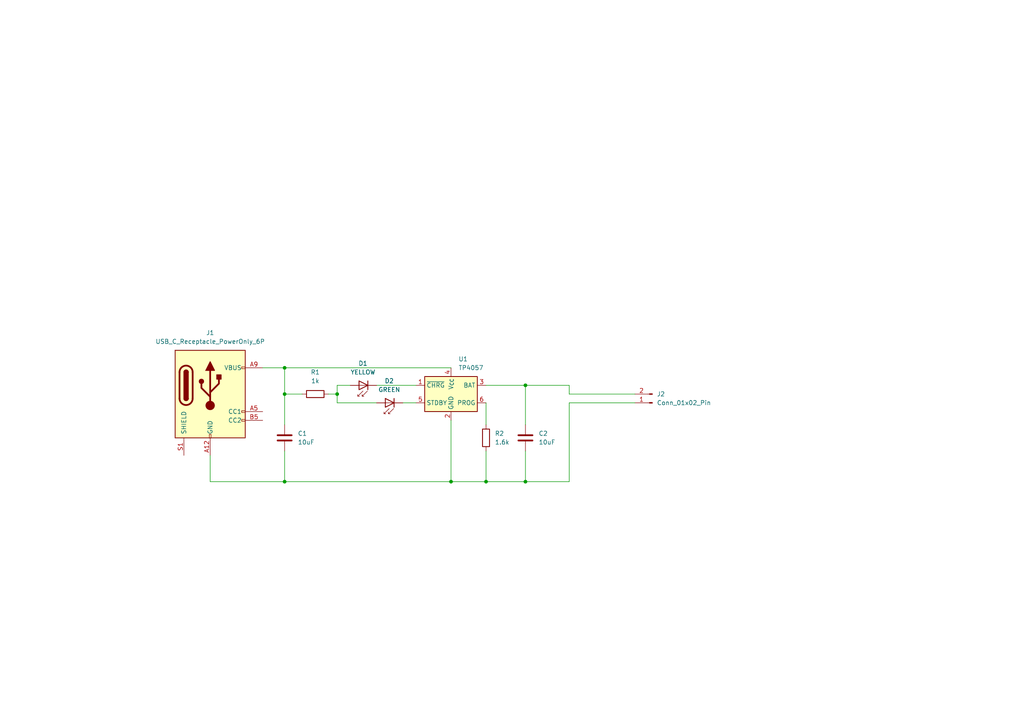
<source format=kicad_sch>
(kicad_sch
	(version 20250114)
	(generator "eeschema")
	(generator_version "9.0")
	(uuid "d8d94275-7d06-4e9c-9553-5865107fc3ec")
	(paper "A4")
	(lib_symbols
		(symbol "Battery_Management:TP4057"
			(exclude_from_sim no)
			(in_bom yes)
			(on_board yes)
			(property "Reference" "U"
				(at -6.35 6.604 0)
				(effects
					(font
						(size 1.27 1.27)
					)
				)
			)
			(property "Value" "TP4057"
				(at 1.524 6.604 0)
				(effects
					(font
						(size 1.27 1.27)
					)
					(justify left)
				)
			)
			(property "Footprint" "Package_TO_SOT_SMD:TSOT-23-6"
				(at 0 -12.7 0)
				(effects
					(font
						(size 1.27 1.27)
					)
					(hide yes)
				)
			)
			(property "Datasheet" "http://toppwr.com/uploadfile/file/20230304/640302a47b738.pdf"
				(at 0 -2.54 0)
				(effects
					(font
						(size 1.27 1.27)
					)
					(hide yes)
				)
			)
			(property "Description" "Constant-current/constant-voltage linear charger for single cell lithium-ion batteries with 2.9V Trickle Charge, 4.5V to 6.5V VDD, -40 to +85 degree Celsius, TSOT-23-6"
				(at 0 0 0)
				(effects
					(font
						(size 1.27 1.27)
					)
					(hide yes)
				)
			)
			(property "ki_keywords" "Constant-current constant-voltage linear charger single-cell lithium-ion battery"
				(at 0 0 0)
				(effects
					(font
						(size 1.27 1.27)
					)
					(hide yes)
				)
			)
			(property "ki_fp_filters" "TSOT?23*"
				(at 0 0 0)
				(effects
					(font
						(size 1.27 1.27)
					)
					(hide yes)
				)
			)
			(symbol "TP4057_0_1"
				(rectangle
					(start -7.62 5.08)
					(end 7.62 -5.08)
					(stroke
						(width 0.254)
						(type default)
					)
					(fill
						(type background)
					)
				)
			)
			(symbol "TP4057_1_1"
				(pin open_collector line
					(at -10.16 2.54 0)
					(length 2.54)
					(name "~{CHRG}"
						(effects
							(font
								(size 1.27 1.27)
							)
						)
					)
					(number "1"
						(effects
							(font
								(size 1.27 1.27)
							)
						)
					)
				)
				(pin open_collector line
					(at -10.16 -2.54 0)
					(length 2.54)
					(name "STDBY"
						(effects
							(font
								(size 1.27 1.27)
							)
						)
					)
					(number "5"
						(effects
							(font
								(size 1.27 1.27)
							)
						)
					)
				)
				(pin power_in line
					(at 0 7.62 270)
					(length 2.54)
					(name "V_{CC}"
						(effects
							(font
								(size 1.27 1.27)
							)
						)
					)
					(number "4"
						(effects
							(font
								(size 1.27 1.27)
							)
						)
					)
				)
				(pin power_in line
					(at 0 -7.62 90)
					(length 2.54)
					(name "GND"
						(effects
							(font
								(size 1.27 1.27)
							)
						)
					)
					(number "2"
						(effects
							(font
								(size 1.27 1.27)
							)
						)
					)
				)
				(pin power_out line
					(at 10.16 2.54 180)
					(length 2.54)
					(name "BAT"
						(effects
							(font
								(size 1.27 1.27)
							)
						)
					)
					(number "3"
						(effects
							(font
								(size 1.27 1.27)
							)
						)
					)
				)
				(pin passive line
					(at 10.16 -2.54 180)
					(length 2.54)
					(name "PROG"
						(effects
							(font
								(size 1.27 1.27)
							)
						)
					)
					(number "6"
						(effects
							(font
								(size 1.27 1.27)
							)
						)
					)
				)
			)
			(embedded_fonts no)
		)
		(symbol "Connector:Conn_01x02_Pin"
			(pin_names
				(offset 1.016)
				(hide yes)
			)
			(exclude_from_sim no)
			(in_bom yes)
			(on_board yes)
			(property "Reference" "J"
				(at 0 2.54 0)
				(effects
					(font
						(size 1.27 1.27)
					)
				)
			)
			(property "Value" "Conn_01x02_Pin"
				(at 0 -5.08 0)
				(effects
					(font
						(size 1.27 1.27)
					)
				)
			)
			(property "Footprint" ""
				(at 0 0 0)
				(effects
					(font
						(size 1.27 1.27)
					)
					(hide yes)
				)
			)
			(property "Datasheet" "~"
				(at 0 0 0)
				(effects
					(font
						(size 1.27 1.27)
					)
					(hide yes)
				)
			)
			(property "Description" "Generic connector, single row, 01x02, script generated"
				(at 0 0 0)
				(effects
					(font
						(size 1.27 1.27)
					)
					(hide yes)
				)
			)
			(property "ki_locked" ""
				(at 0 0 0)
				(effects
					(font
						(size 1.27 1.27)
					)
				)
			)
			(property "ki_keywords" "connector"
				(at 0 0 0)
				(effects
					(font
						(size 1.27 1.27)
					)
					(hide yes)
				)
			)
			(property "ki_fp_filters" "Connector*:*_1x??_*"
				(at 0 0 0)
				(effects
					(font
						(size 1.27 1.27)
					)
					(hide yes)
				)
			)
			(symbol "Conn_01x02_Pin_1_1"
				(rectangle
					(start 0.8636 0.127)
					(end 0 -0.127)
					(stroke
						(width 0.1524)
						(type default)
					)
					(fill
						(type outline)
					)
				)
				(rectangle
					(start 0.8636 -2.413)
					(end 0 -2.667)
					(stroke
						(width 0.1524)
						(type default)
					)
					(fill
						(type outline)
					)
				)
				(polyline
					(pts
						(xy 1.27 0) (xy 0.8636 0)
					)
					(stroke
						(width 0.1524)
						(type default)
					)
					(fill
						(type none)
					)
				)
				(polyline
					(pts
						(xy 1.27 -2.54) (xy 0.8636 -2.54)
					)
					(stroke
						(width 0.1524)
						(type default)
					)
					(fill
						(type none)
					)
				)
				(pin passive line
					(at 5.08 0 180)
					(length 3.81)
					(name "Pin_1"
						(effects
							(font
								(size 1.27 1.27)
							)
						)
					)
					(number "1"
						(effects
							(font
								(size 1.27 1.27)
							)
						)
					)
				)
				(pin passive line
					(at 5.08 -2.54 180)
					(length 3.81)
					(name "Pin_2"
						(effects
							(font
								(size 1.27 1.27)
							)
						)
					)
					(number "2"
						(effects
							(font
								(size 1.27 1.27)
							)
						)
					)
				)
			)
			(embedded_fonts no)
		)
		(symbol "Connector:USB_C_Receptacle_PowerOnly_6P"
			(pin_names
				(offset 1.016)
			)
			(exclude_from_sim no)
			(in_bom yes)
			(on_board yes)
			(property "Reference" "J"
				(at 0 16.51 0)
				(effects
					(font
						(size 1.27 1.27)
					)
					(justify bottom)
				)
			)
			(property "Value" "USB_C_Receptacle_PowerOnly_6P"
				(at 0 13.97 0)
				(effects
					(font
						(size 1.27 1.27)
					)
					(justify bottom)
				)
			)
			(property "Footprint" ""
				(at 3.81 2.54 0)
				(effects
					(font
						(size 1.27 1.27)
					)
					(hide yes)
				)
			)
			(property "Datasheet" "https://www.usb.org/sites/default/files/documents/usb_type-c.zip"
				(at 0 0 0)
				(effects
					(font
						(size 1.27 1.27)
					)
					(hide yes)
				)
			)
			(property "Description" "USB Power-Only 6P Type-C Receptacle connector"
				(at 0 0 0)
				(effects
					(font
						(size 1.27 1.27)
					)
					(hide yes)
				)
			)
			(property "ki_keywords" "usb universal serial bus type-C power-only charging-only 6P 6C"
				(at 0 0 0)
				(effects
					(font
						(size 1.27 1.27)
					)
					(hide yes)
				)
			)
			(property "ki_fp_filters" "USB*C*Receptacle*"
				(at 0 0 0)
				(effects
					(font
						(size 1.27 1.27)
					)
					(hide yes)
				)
			)
			(symbol "USB_C_Receptacle_PowerOnly_6P_0_0"
				(rectangle
					(start -0.254 -12.7)
					(end 0.254 -11.684)
					(stroke
						(width 0)
						(type default)
					)
					(fill
						(type none)
					)
				)
				(rectangle
					(start 10.16 7.874)
					(end 9.144 7.366)
					(stroke
						(width 0)
						(type default)
					)
					(fill
						(type none)
					)
				)
				(rectangle
					(start 10.16 -4.826)
					(end 9.144 -5.334)
					(stroke
						(width 0)
						(type default)
					)
					(fill
						(type none)
					)
				)
				(rectangle
					(start 10.16 -7.366)
					(end 9.144 -7.874)
					(stroke
						(width 0)
						(type default)
					)
					(fill
						(type none)
					)
				)
			)
			(symbol "USB_C_Receptacle_PowerOnly_6P_0_1"
				(rectangle
					(start -10.16 12.7)
					(end 10.16 -12.7)
					(stroke
						(width 0.254)
						(type default)
					)
					(fill
						(type background)
					)
				)
				(polyline
					(pts
						(xy -8.89 -1.27) (xy -8.89 6.35)
					)
					(stroke
						(width 0.508)
						(type default)
					)
					(fill
						(type none)
					)
				)
				(rectangle
					(start -7.62 -1.27)
					(end -6.35 6.35)
					(stroke
						(width 0.254)
						(type default)
					)
					(fill
						(type outline)
					)
				)
				(arc
					(start -7.62 6.35)
					(mid -6.985 6.9823)
					(end -6.35 6.35)
					(stroke
						(width 0.254)
						(type default)
					)
					(fill
						(type none)
					)
				)
				(arc
					(start -7.62 6.35)
					(mid -6.985 6.9823)
					(end -6.35 6.35)
					(stroke
						(width 0.254)
						(type default)
					)
					(fill
						(type outline)
					)
				)
				(arc
					(start -8.89 6.35)
					(mid -6.985 8.2467)
					(end -5.08 6.35)
					(stroke
						(width 0.508)
						(type default)
					)
					(fill
						(type none)
					)
				)
				(arc
					(start -5.08 -1.27)
					(mid -6.985 -3.1667)
					(end -8.89 -1.27)
					(stroke
						(width 0.508)
						(type default)
					)
					(fill
						(type none)
					)
				)
				(arc
					(start -6.35 -1.27)
					(mid -6.985 -1.9023)
					(end -7.62 -1.27)
					(stroke
						(width 0.254)
						(type default)
					)
					(fill
						(type none)
					)
				)
				(arc
					(start -6.35 -1.27)
					(mid -6.985 -1.9023)
					(end -7.62 -1.27)
					(stroke
						(width 0.254)
						(type default)
					)
					(fill
						(type outline)
					)
				)
				(polyline
					(pts
						(xy -5.08 6.35) (xy -5.08 -1.27)
					)
					(stroke
						(width 0.508)
						(type default)
					)
					(fill
						(type none)
					)
				)
				(circle
					(center -2.54 3.683)
					(radius 0.635)
					(stroke
						(width 0.254)
						(type default)
					)
					(fill
						(type outline)
					)
				)
				(polyline
					(pts
						(xy -1.27 6.858) (xy 0 9.398) (xy 1.27 6.858) (xy -1.27 6.858)
					)
					(stroke
						(width 0.254)
						(type default)
					)
					(fill
						(type outline)
					)
				)
				(polyline
					(pts
						(xy 0 0.508) (xy 2.54 3.048) (xy 2.54 4.318)
					)
					(stroke
						(width 0.508)
						(type default)
					)
					(fill
						(type none)
					)
				)
				(polyline
					(pts
						(xy 0 -0.762) (xy -2.54 1.778) (xy -2.54 3.048)
					)
					(stroke
						(width 0.508)
						(type default)
					)
					(fill
						(type none)
					)
				)
				(polyline
					(pts
						(xy 0 -3.302) (xy 0 6.858)
					)
					(stroke
						(width 0.508)
						(type default)
					)
					(fill
						(type none)
					)
				)
				(circle
					(center 0 -3.302)
					(radius 1.27)
					(stroke
						(width 0)
						(type default)
					)
					(fill
						(type outline)
					)
				)
				(rectangle
					(start 1.905 4.318)
					(end 3.175 5.588)
					(stroke
						(width 0.254)
						(type default)
					)
					(fill
						(type outline)
					)
				)
			)
			(symbol "USB_C_Receptacle_PowerOnly_6P_1_1"
				(pin passive line
					(at -7.62 -17.78 90)
					(length 5.08)
					(name "SHIELD"
						(effects
							(font
								(size 1.27 1.27)
							)
						)
					)
					(number "S1"
						(effects
							(font
								(size 1.27 1.27)
							)
						)
					)
				)
				(pin passive line
					(at 0 -17.78 90)
					(length 5.08)
					(name "GND"
						(effects
							(font
								(size 1.27 1.27)
							)
						)
					)
					(number "A12"
						(effects
							(font
								(size 1.27 1.27)
							)
						)
					)
				)
				(pin passive line
					(at 0 -17.78 90)
					(length 5.08)
					(hide yes)
					(name "GND"
						(effects
							(font
								(size 1.27 1.27)
							)
						)
					)
					(number "B12"
						(effects
							(font
								(size 1.27 1.27)
							)
						)
					)
				)
				(pin passive line
					(at 15.24 7.62 180)
					(length 5.08)
					(name "VBUS"
						(effects
							(font
								(size 1.27 1.27)
							)
						)
					)
					(number "A9"
						(effects
							(font
								(size 1.27 1.27)
							)
						)
					)
				)
				(pin passive line
					(at 15.24 7.62 180)
					(length 5.08)
					(hide yes)
					(name "VBUS"
						(effects
							(font
								(size 1.27 1.27)
							)
						)
					)
					(number "B9"
						(effects
							(font
								(size 1.27 1.27)
							)
						)
					)
				)
				(pin bidirectional line
					(at 15.24 -5.08 180)
					(length 5.08)
					(name "CC1"
						(effects
							(font
								(size 1.27 1.27)
							)
						)
					)
					(number "A5"
						(effects
							(font
								(size 1.27 1.27)
							)
						)
					)
				)
				(pin bidirectional line
					(at 15.24 -7.62 180)
					(length 5.08)
					(name "CC2"
						(effects
							(font
								(size 1.27 1.27)
							)
						)
					)
					(number "B5"
						(effects
							(font
								(size 1.27 1.27)
							)
						)
					)
				)
			)
			(embedded_fonts no)
		)
		(symbol "Device:C"
			(pin_numbers
				(hide yes)
			)
			(pin_names
				(offset 0.254)
			)
			(exclude_from_sim no)
			(in_bom yes)
			(on_board yes)
			(property "Reference" "C"
				(at 0.635 2.54 0)
				(effects
					(font
						(size 1.27 1.27)
					)
					(justify left)
				)
			)
			(property "Value" "C"
				(at 0.635 -2.54 0)
				(effects
					(font
						(size 1.27 1.27)
					)
					(justify left)
				)
			)
			(property "Footprint" ""
				(at 0.9652 -3.81 0)
				(effects
					(font
						(size 1.27 1.27)
					)
					(hide yes)
				)
			)
			(property "Datasheet" "~"
				(at 0 0 0)
				(effects
					(font
						(size 1.27 1.27)
					)
					(hide yes)
				)
			)
			(property "Description" "Unpolarized capacitor"
				(at 0 0 0)
				(effects
					(font
						(size 1.27 1.27)
					)
					(hide yes)
				)
			)
			(property "ki_keywords" "cap capacitor"
				(at 0 0 0)
				(effects
					(font
						(size 1.27 1.27)
					)
					(hide yes)
				)
			)
			(property "ki_fp_filters" "C_*"
				(at 0 0 0)
				(effects
					(font
						(size 1.27 1.27)
					)
					(hide yes)
				)
			)
			(symbol "C_0_1"
				(polyline
					(pts
						(xy -2.032 0.762) (xy 2.032 0.762)
					)
					(stroke
						(width 0.508)
						(type default)
					)
					(fill
						(type none)
					)
				)
				(polyline
					(pts
						(xy -2.032 -0.762) (xy 2.032 -0.762)
					)
					(stroke
						(width 0.508)
						(type default)
					)
					(fill
						(type none)
					)
				)
			)
			(symbol "C_1_1"
				(pin passive line
					(at 0 3.81 270)
					(length 2.794)
					(name "~"
						(effects
							(font
								(size 1.27 1.27)
							)
						)
					)
					(number "1"
						(effects
							(font
								(size 1.27 1.27)
							)
						)
					)
				)
				(pin passive line
					(at 0 -3.81 90)
					(length 2.794)
					(name "~"
						(effects
							(font
								(size 1.27 1.27)
							)
						)
					)
					(number "2"
						(effects
							(font
								(size 1.27 1.27)
							)
						)
					)
				)
			)
			(embedded_fonts no)
		)
		(symbol "Device:R"
			(pin_numbers
				(hide yes)
			)
			(pin_names
				(offset 0)
			)
			(exclude_from_sim no)
			(in_bom yes)
			(on_board yes)
			(property "Reference" "R"
				(at 2.032 0 90)
				(effects
					(font
						(size 1.27 1.27)
					)
				)
			)
			(property "Value" "R"
				(at 0 0 90)
				(effects
					(font
						(size 1.27 1.27)
					)
				)
			)
			(property "Footprint" ""
				(at -1.778 0 90)
				(effects
					(font
						(size 1.27 1.27)
					)
					(hide yes)
				)
			)
			(property "Datasheet" "~"
				(at 0 0 0)
				(effects
					(font
						(size 1.27 1.27)
					)
					(hide yes)
				)
			)
			(property "Description" "Resistor"
				(at 0 0 0)
				(effects
					(font
						(size 1.27 1.27)
					)
					(hide yes)
				)
			)
			(property "ki_keywords" "R res resistor"
				(at 0 0 0)
				(effects
					(font
						(size 1.27 1.27)
					)
					(hide yes)
				)
			)
			(property "ki_fp_filters" "R_*"
				(at 0 0 0)
				(effects
					(font
						(size 1.27 1.27)
					)
					(hide yes)
				)
			)
			(symbol "R_0_1"
				(rectangle
					(start -1.016 -2.54)
					(end 1.016 2.54)
					(stroke
						(width 0.254)
						(type default)
					)
					(fill
						(type none)
					)
				)
			)
			(symbol "R_1_1"
				(pin passive line
					(at 0 3.81 270)
					(length 1.27)
					(name "~"
						(effects
							(font
								(size 1.27 1.27)
							)
						)
					)
					(number "1"
						(effects
							(font
								(size 1.27 1.27)
							)
						)
					)
				)
				(pin passive line
					(at 0 -3.81 90)
					(length 1.27)
					(name "~"
						(effects
							(font
								(size 1.27 1.27)
							)
						)
					)
					(number "2"
						(effects
							(font
								(size 1.27 1.27)
							)
						)
					)
				)
			)
			(embedded_fonts no)
		)
		(symbol "LED:CQY99"
			(pin_numbers
				(hide yes)
			)
			(pin_names
				(offset 1.016)
				(hide yes)
			)
			(exclude_from_sim no)
			(in_bom yes)
			(on_board yes)
			(property "Reference" "D"
				(at 0.508 1.778 0)
				(effects
					(font
						(size 1.27 1.27)
					)
					(justify left)
				)
			)
			(property "Value" "CQY99"
				(at -1.016 -2.794 0)
				(effects
					(font
						(size 1.27 1.27)
					)
				)
			)
			(property "Footprint" "LED_THT:LED_D5.0mm_IRGrey"
				(at 0 4.445 0)
				(effects
					(font
						(size 1.27 1.27)
					)
					(hide yes)
				)
			)
			(property "Datasheet" "https://www.prtice.info/IMG/pdf/CQY99.pdf"
				(at -1.27 0 0)
				(effects
					(font
						(size 1.27 1.27)
					)
					(hide yes)
				)
			)
			(property "Description" "950nm IR-LED, 5mm"
				(at 0 0 0)
				(effects
					(font
						(size 1.27 1.27)
					)
					(hide yes)
				)
			)
			(property "ki_keywords" "IR LED"
				(at 0 0 0)
				(effects
					(font
						(size 1.27 1.27)
					)
					(hide yes)
				)
			)
			(property "ki_fp_filters" "LED*5.0mm*IRGrey*"
				(at 0 0 0)
				(effects
					(font
						(size 1.27 1.27)
					)
					(hide yes)
				)
			)
			(symbol "CQY99_0_1"
				(polyline
					(pts
						(xy -2.54 1.27) (xy -2.54 -1.27)
					)
					(stroke
						(width 0.254)
						(type default)
					)
					(fill
						(type none)
					)
				)
				(polyline
					(pts
						(xy -2.413 1.651) (xy -0.889 3.175) (xy -0.889 2.667) (xy -0.889 3.175) (xy -1.397 3.175)
					)
					(stroke
						(width 0)
						(type default)
					)
					(fill
						(type none)
					)
				)
				(polyline
					(pts
						(xy -1.143 1.651) (xy 0.381 3.175) (xy 0.381 2.667)
					)
					(stroke
						(width 0)
						(type default)
					)
					(fill
						(type none)
					)
				)
				(polyline
					(pts
						(xy 0 0) (xy -2.54 0)
					)
					(stroke
						(width 0)
						(type default)
					)
					(fill
						(type none)
					)
				)
				(polyline
					(pts
						(xy 0 -1.27) (xy -2.54 0) (xy 0 1.27) (xy 0 -1.27)
					)
					(stroke
						(width 0.254)
						(type default)
					)
					(fill
						(type none)
					)
				)
				(polyline
					(pts
						(xy 0.381 3.175) (xy -0.127 3.175)
					)
					(stroke
						(width 0)
						(type default)
					)
					(fill
						(type none)
					)
				)
			)
			(symbol "CQY99_1_1"
				(pin passive line
					(at -5.08 0 0)
					(length 2.54)
					(name "K"
						(effects
							(font
								(size 1.27 1.27)
							)
						)
					)
					(number "1"
						(effects
							(font
								(size 1.27 1.27)
							)
						)
					)
				)
				(pin passive line
					(at 2.54 0 180)
					(length 2.54)
					(name "A"
						(effects
							(font
								(size 1.27 1.27)
							)
						)
					)
					(number "2"
						(effects
							(font
								(size 1.27 1.27)
							)
						)
					)
				)
			)
			(embedded_fonts no)
		)
	)
	(junction
		(at 130.81 139.7)
		(diameter 0)
		(color 0 0 0 0)
		(uuid "0c11ee9b-f0b5-410e-bcfa-da07a8da2a7b")
	)
	(junction
		(at 82.55 106.68)
		(diameter 0)
		(color 0 0 0 0)
		(uuid "4b3e6ee4-5643-40c3-aae0-8e80228c8754")
	)
	(junction
		(at 140.97 139.7)
		(diameter 0)
		(color 0 0 0 0)
		(uuid "4bf6e0fb-ca90-49e7-bb07-a8511714ce28")
	)
	(junction
		(at 152.4 111.76)
		(diameter 0)
		(color 0 0 0 0)
		(uuid "4f3e94ea-8c57-48b5-91d0-d3bc193dce13")
	)
	(junction
		(at 152.4 139.7)
		(diameter 0)
		(color 0 0 0 0)
		(uuid "6abcfcbf-da22-45b2-a4f5-371c81dd869d")
	)
	(junction
		(at 97.79 114.3)
		(diameter 0)
		(color 0 0 0 0)
		(uuid "87a2375b-2159-4d3d-a2aa-1b38a019dea8")
	)
	(junction
		(at 82.55 139.7)
		(diameter 0)
		(color 0 0 0 0)
		(uuid "a1b6b3ab-97cb-45fc-9267-1cb9c5dcae6c")
	)
	(junction
		(at 82.55 114.3)
		(diameter 0)
		(color 0 0 0 0)
		(uuid "f9420069-e5b8-4fdf-933d-d7f2e4a26301")
	)
	(wire
		(pts
			(xy 140.97 116.84) (xy 140.97 123.19)
		)
		(stroke
			(width 0)
			(type default)
		)
		(uuid "03f8a831-bb9c-499c-a4d4-c8018ac80940")
	)
	(wire
		(pts
			(xy 152.4 111.76) (xy 165.1 111.76)
		)
		(stroke
			(width 0)
			(type default)
		)
		(uuid "1730c50f-b55b-494e-9184-d73cf2b7bf01")
	)
	(wire
		(pts
			(xy 60.96 132.08) (xy 60.96 139.7)
		)
		(stroke
			(width 0)
			(type default)
		)
		(uuid "1ba284a3-e60a-4701-842b-88b27d45656a")
	)
	(wire
		(pts
			(xy 165.1 139.7) (xy 165.1 116.84)
		)
		(stroke
			(width 0)
			(type default)
		)
		(uuid "1d05912d-5df8-431d-88fc-b6c8bc792de5")
	)
	(wire
		(pts
			(xy 165.1 116.84) (xy 184.15 116.84)
		)
		(stroke
			(width 0)
			(type default)
		)
		(uuid "224e5a4c-83cc-44bf-8654-3cc7c1b84867")
	)
	(wire
		(pts
			(xy 140.97 139.7) (xy 152.4 139.7)
		)
		(stroke
			(width 0)
			(type default)
		)
		(uuid "25c3f168-ed36-48ab-92f2-4add8a2979f5")
	)
	(wire
		(pts
			(xy 116.84 116.84) (xy 120.65 116.84)
		)
		(stroke
			(width 0)
			(type default)
		)
		(uuid "38b37deb-65fc-4ace-9dcc-84cab670a126")
	)
	(wire
		(pts
			(xy 109.22 111.76) (xy 120.65 111.76)
		)
		(stroke
			(width 0)
			(type default)
		)
		(uuid "4336bef4-2e97-48f7-a4eb-dcccaee95f9d")
	)
	(wire
		(pts
			(xy 130.81 139.7) (xy 140.97 139.7)
		)
		(stroke
			(width 0)
			(type default)
		)
		(uuid "4520ea53-6ea4-4ec2-89e6-a42ca75f57d7")
	)
	(wire
		(pts
			(xy 97.79 116.84) (xy 109.22 116.84)
		)
		(stroke
			(width 0)
			(type default)
		)
		(uuid "5dd0ece7-ae94-400a-8ab2-050825cf6516")
	)
	(wire
		(pts
			(xy 97.79 114.3) (xy 97.79 116.84)
		)
		(stroke
			(width 0)
			(type default)
		)
		(uuid "60092833-2cae-4041-8480-c5bd564e244c")
	)
	(wire
		(pts
			(xy 101.6 111.76) (xy 97.79 111.76)
		)
		(stroke
			(width 0)
			(type default)
		)
		(uuid "62806908-f117-4402-82a7-65300818b976")
	)
	(wire
		(pts
			(xy 152.4 111.76) (xy 152.4 123.19)
		)
		(stroke
			(width 0)
			(type default)
		)
		(uuid "7a1e85e4-27d5-4b26-8f71-b17b0c1b2de9")
	)
	(wire
		(pts
			(xy 82.55 106.68) (xy 82.55 114.3)
		)
		(stroke
			(width 0)
			(type default)
		)
		(uuid "8493fe72-d32a-4bca-8c47-ced79ef33cc2")
	)
	(wire
		(pts
			(xy 130.81 121.92) (xy 130.81 139.7)
		)
		(stroke
			(width 0)
			(type default)
		)
		(uuid "84aa1a81-38d7-4ab5-8842-bfa5a2080c9e")
	)
	(wire
		(pts
			(xy 152.4 130.81) (xy 152.4 139.7)
		)
		(stroke
			(width 0)
			(type default)
		)
		(uuid "859c4bff-ccfe-4002-850b-a664d8addcb8")
	)
	(wire
		(pts
			(xy 60.96 139.7) (xy 82.55 139.7)
		)
		(stroke
			(width 0)
			(type default)
		)
		(uuid "8d6211a3-551c-42ff-969e-8525d625cc62")
	)
	(wire
		(pts
			(xy 82.55 130.81) (xy 82.55 139.7)
		)
		(stroke
			(width 0)
			(type default)
		)
		(uuid "983fd023-bae8-4e11-9671-5e29d3ecbef8")
	)
	(wire
		(pts
			(xy 165.1 114.3) (xy 184.15 114.3)
		)
		(stroke
			(width 0)
			(type default)
		)
		(uuid "9850b14d-926e-47de-a6a2-3d0a108e67c9")
	)
	(wire
		(pts
			(xy 76.2 106.68) (xy 82.55 106.68)
		)
		(stroke
			(width 0)
			(type default)
		)
		(uuid "9d854e07-d129-4d00-a5b8-d313526a410a")
	)
	(wire
		(pts
			(xy 82.55 139.7) (xy 130.81 139.7)
		)
		(stroke
			(width 0)
			(type default)
		)
		(uuid "ae14a3a4-f66a-472d-bb89-3ac748984abb")
	)
	(wire
		(pts
			(xy 140.97 111.76) (xy 152.4 111.76)
		)
		(stroke
			(width 0)
			(type default)
		)
		(uuid "afc18863-db3e-4865-81d6-a62373913736")
	)
	(wire
		(pts
			(xy 152.4 139.7) (xy 165.1 139.7)
		)
		(stroke
			(width 0)
			(type default)
		)
		(uuid "afe00f0e-1262-4f8d-b44c-d5240c78509e")
	)
	(wire
		(pts
			(xy 97.79 111.76) (xy 97.79 114.3)
		)
		(stroke
			(width 0)
			(type default)
		)
		(uuid "bb75a02f-d067-40ac-981c-b5761e9c653e")
	)
	(wire
		(pts
			(xy 97.79 114.3) (xy 95.25 114.3)
		)
		(stroke
			(width 0)
			(type default)
		)
		(uuid "c13eba30-39a2-477e-8c39-ba18903f6a48")
	)
	(wire
		(pts
			(xy 82.55 114.3) (xy 87.63 114.3)
		)
		(stroke
			(width 0)
			(type default)
		)
		(uuid "dd51e835-dad0-4186-9281-1a99f40bca7a")
	)
	(wire
		(pts
			(xy 165.1 111.76) (xy 165.1 114.3)
		)
		(stroke
			(width 0)
			(type default)
		)
		(uuid "de1219c0-19f0-4bf0-8b56-c6b87766ce0d")
	)
	(wire
		(pts
			(xy 140.97 130.81) (xy 140.97 139.7)
		)
		(stroke
			(width 0)
			(type default)
		)
		(uuid "e272fd84-ff76-4d98-aafc-8be30ee3d32b")
	)
	(wire
		(pts
			(xy 82.55 114.3) (xy 82.55 123.19)
		)
		(stroke
			(width 0)
			(type default)
		)
		(uuid "e2d044c1-373e-4a93-9f41-d931c83c90d6")
	)
	(wire
		(pts
			(xy 82.55 106.68) (xy 130.81 106.68)
		)
		(stroke
			(width 0)
			(type default)
		)
		(uuid "f4edb2b4-cebb-4593-9358-484397478a74")
	)
	(symbol
		(lib_id "Battery_Management:TP4057")
		(at 130.81 114.3 0)
		(unit 1)
		(exclude_from_sim no)
		(in_bom yes)
		(on_board yes)
		(dnp no)
		(fields_autoplaced yes)
		(uuid "099106d4-6168-4c98-9b7c-7d7d70a06543")
		(property "Reference" "U1"
			(at 132.9533 104.14 0)
			(effects
				(font
					(size 1.27 1.27)
				)
				(justify left)
			)
		)
		(property "Value" "TP4057"
			(at 132.9533 106.68 0)
			(effects
				(font
					(size 1.27 1.27)
				)
				(justify left)
			)
		)
		(property "Footprint" "Package_TO_SOT_SMD:TSOT-23-6_HandSoldering"
			(at 130.81 127 0)
			(effects
				(font
					(size 1.27 1.27)
				)
				(hide yes)
			)
		)
		(property "Datasheet" "http://toppwr.com/uploadfile/file/20230304/640302a47b738.pdf"
			(at 130.81 116.84 0)
			(effects
				(font
					(size 1.27 1.27)
				)
				(hide yes)
			)
		)
		(property "Description" "Constant-current/constant-voltage linear charger for single cell lithium-ion batteries with 2.9V Trickle Charge, 4.5V to 6.5V VDD, -40 to +85 degree Celsius, TSOT-23-6"
			(at 130.81 114.3 0)
			(effects
				(font
					(size 1.27 1.27)
				)
				(hide yes)
			)
		)
		(pin "3"
			(uuid "785ddd9e-6857-40a1-82bd-40bd9760b406")
		)
		(pin "1"
			(uuid "30e0fa86-00bd-4860-9a7b-1a6c93be95ec")
		)
		(pin "5"
			(uuid "2a6b7464-fa11-495f-84b3-7e0daddd2ea1")
		)
		(pin "4"
			(uuid "ae5412a2-1a87-4eb9-9b74-4029d128eb03")
		)
		(pin "2"
			(uuid "f2300357-9fa6-44eb-8a65-71ae147a2f00")
		)
		(pin "6"
			(uuid "cd3f3e22-ca46-4b27-883a-1c37a58781f4")
		)
		(instances
			(project ""
				(path "/d8d94275-7d06-4e9c-9553-5865107fc3ec"
					(reference "U1")
					(unit 1)
				)
			)
		)
	)
	(symbol
		(lib_id "Device:C")
		(at 82.55 127 0)
		(unit 1)
		(exclude_from_sim no)
		(in_bom yes)
		(on_board yes)
		(dnp no)
		(fields_autoplaced yes)
		(uuid "29d61923-9688-4f93-b1f1-8e65b208ed79")
		(property "Reference" "C1"
			(at 86.36 125.7299 0)
			(effects
				(font
					(size 1.27 1.27)
				)
				(justify left)
			)
		)
		(property "Value" "10uF"
			(at 86.36 128.2699 0)
			(effects
				(font
					(size 1.27 1.27)
				)
				(justify left)
			)
		)
		(property "Footprint" "Capacitor_SMD:C_0805_2012Metric_Pad1.18x1.45mm_HandSolder"
			(at 83.5152 130.81 0)
			(effects
				(font
					(size 1.27 1.27)
				)
				(hide yes)
			)
		)
		(property "Datasheet" "~"
			(at 82.55 127 0)
			(effects
				(font
					(size 1.27 1.27)
				)
				(hide yes)
			)
		)
		(property "Description" "Unpolarized capacitor"
			(at 82.55 127 0)
			(effects
				(font
					(size 1.27 1.27)
				)
				(hide yes)
			)
		)
		(pin "1"
			(uuid "85ff3b75-59d4-4b16-b3e7-a5c06476d122")
		)
		(pin "2"
			(uuid "4f841296-df94-47dc-a515-bbb8931f5d4e")
		)
		(instances
			(project ""
				(path "/d8d94275-7d06-4e9c-9553-5865107fc3ec"
					(reference "C1")
					(unit 1)
				)
			)
		)
	)
	(symbol
		(lib_id "Connector:USB_C_Receptacle_PowerOnly_6P")
		(at 60.96 114.3 0)
		(unit 1)
		(exclude_from_sim no)
		(in_bom yes)
		(on_board yes)
		(dnp no)
		(fields_autoplaced yes)
		(uuid "35ed9fb2-591c-4bff-a99a-46a2540409bf")
		(property "Reference" "J1"
			(at 60.96 96.52 0)
			(effects
				(font
					(size 1.27 1.27)
				)
			)
		)
		(property "Value" "USB_C_Receptacle_PowerOnly_6P"
			(at 60.96 99.06 0)
			(effects
				(font
					(size 1.27 1.27)
				)
			)
		)
		(property "Footprint" "Connector_USB:USB_C_Receptacle_GCT_USB4125-xx-x_6P_TopMnt_Horizontal"
			(at 64.77 111.76 0)
			(effects
				(font
					(size 1.27 1.27)
				)
				(hide yes)
			)
		)
		(property "Datasheet" "https://www.usb.org/sites/default/files/documents/usb_type-c.zip"
			(at 60.96 114.3 0)
			(effects
				(font
					(size 1.27 1.27)
				)
				(hide yes)
			)
		)
		(property "Description" "USB Power-Only 6P Type-C Receptacle connector"
			(at 60.96 114.3 0)
			(effects
				(font
					(size 1.27 1.27)
				)
				(hide yes)
			)
		)
		(pin "A12"
			(uuid "3f2d8c23-7213-43fa-82c4-09785275ed68")
		)
		(pin "A5"
			(uuid "319a4472-5f98-4adc-9932-194ec3b1493b")
		)
		(pin "B5"
			(uuid "d51be364-45dc-419b-b330-e3ff4aee3114")
		)
		(pin "B12"
			(uuid "977e05a9-dcd8-4f51-8539-078aff89514d")
		)
		(pin "B9"
			(uuid "0929bd8f-dc83-4e86-b4ff-95f81fdea00c")
		)
		(pin "S1"
			(uuid "efb08262-3939-4240-9b19-59e86167fc89")
		)
		(pin "A9"
			(uuid "356bef82-d374-4f5d-8109-f8c66dbe9a13")
		)
		(instances
			(project ""
				(path "/d8d94275-7d06-4e9c-9553-5865107fc3ec"
					(reference "J1")
					(unit 1)
				)
			)
		)
	)
	(symbol
		(lib_id "Device:R")
		(at 91.44 114.3 90)
		(unit 1)
		(exclude_from_sim no)
		(in_bom yes)
		(on_board yes)
		(dnp no)
		(fields_autoplaced yes)
		(uuid "42d40640-f4c3-4099-858f-505f9adcb655")
		(property "Reference" "R1"
			(at 91.44 107.95 90)
			(effects
				(font
					(size 1.27 1.27)
				)
			)
		)
		(property "Value" "1k"
			(at 91.44 110.49 90)
			(effects
				(font
					(size 1.27 1.27)
				)
			)
		)
		(property "Footprint" "Resistor_SMD:R_0805_2012Metric_Pad1.20x1.40mm_HandSolder"
			(at 91.44 116.078 90)
			(effects
				(font
					(size 1.27 1.27)
				)
				(hide yes)
			)
		)
		(property "Datasheet" "~"
			(at 91.44 114.3 0)
			(effects
				(font
					(size 1.27 1.27)
				)
				(hide yes)
			)
		)
		(property "Description" "Resistor"
			(at 91.44 114.3 0)
			(effects
				(font
					(size 1.27 1.27)
				)
				(hide yes)
			)
		)
		(pin "2"
			(uuid "e8dce40c-7ff9-48a6-8c18-77499b7ede06")
		)
		(pin "1"
			(uuid "81d9eded-8147-4aa8-b318-cb0d6e85e156")
		)
		(instances
			(project ""
				(path "/d8d94275-7d06-4e9c-9553-5865107fc3ec"
					(reference "R1")
					(unit 1)
				)
			)
		)
	)
	(symbol
		(lib_id "Connector:Conn_01x02_Pin")
		(at 189.23 116.84 180)
		(unit 1)
		(exclude_from_sim no)
		(in_bom yes)
		(on_board yes)
		(dnp no)
		(fields_autoplaced yes)
		(uuid "6b1caa06-27f6-4fbc-849f-d939d47cb7a2")
		(property "Reference" "J2"
			(at 190.5 114.2999 0)
			(effects
				(font
					(size 1.27 1.27)
				)
				(justify right)
			)
		)
		(property "Value" "Conn_01x02_Pin"
			(at 190.5 116.8399 0)
			(effects
				(font
					(size 1.27 1.27)
				)
				(justify right)
			)
		)
		(property "Footprint" "Connector_JST:JST_PH_S2B-PH-K_1x02_P2.00mm_Horizontal"
			(at 189.23 116.84 0)
			(effects
				(font
					(size 1.27 1.27)
				)
				(hide yes)
			)
		)
		(property "Datasheet" "~"
			(at 189.23 116.84 0)
			(effects
				(font
					(size 1.27 1.27)
				)
				(hide yes)
			)
		)
		(property "Description" "Generic connector, single row, 01x02, script generated"
			(at 189.23 116.84 0)
			(effects
				(font
					(size 1.27 1.27)
				)
				(hide yes)
			)
		)
		(pin "1"
			(uuid "3c3a52ad-e3bd-4aeb-992e-b52aa4501c64")
		)
		(pin "2"
			(uuid "619f8b01-1351-424f-931a-441fae585a36")
		)
		(instances
			(project ""
				(path "/d8d94275-7d06-4e9c-9553-5865107fc3ec"
					(reference "J2")
					(unit 1)
				)
			)
		)
	)
	(symbol
		(lib_id "LED:CQY99")
		(at 111.76 116.84 180)
		(unit 1)
		(exclude_from_sim no)
		(in_bom yes)
		(on_board yes)
		(dnp no)
		(fields_autoplaced yes)
		(uuid "b4c4ba07-2c32-454e-8335-031359025bc6")
		(property "Reference" "D2"
			(at 112.903 110.49 0)
			(effects
				(font
					(size 1.27 1.27)
				)
			)
		)
		(property "Value" "GREEN"
			(at 112.903 113.03 0)
			(effects
				(font
					(size 1.27 1.27)
				)
			)
		)
		(property "Footprint" "LED_THT:LED_D5.0mm_IRGrey"
			(at 111.76 121.285 0)
			(effects
				(font
					(size 1.27 1.27)
				)
				(hide yes)
			)
		)
		(property "Datasheet" "https://www.prtice.info/IMG/pdf/CQY99.pdf"
			(at 113.03 116.84 0)
			(effects
				(font
					(size 1.27 1.27)
				)
				(hide yes)
			)
		)
		(property "Description" "950nm IR-LED, 5mm"
			(at 111.76 116.84 0)
			(effects
				(font
					(size 1.27 1.27)
				)
				(hide yes)
			)
		)
		(pin "1"
			(uuid "5ef9079a-48a6-4f9d-ae23-b23608d4ffbe")
		)
		(pin "2"
			(uuid "83cc8994-234e-47b9-9050-97e6c22d49ef")
		)
		(instances
			(project "Liion_Charging_Module"
				(path "/d8d94275-7d06-4e9c-9553-5865107fc3ec"
					(reference "D2")
					(unit 1)
				)
			)
		)
	)
	(symbol
		(lib_id "Device:R")
		(at 140.97 127 180)
		(unit 1)
		(exclude_from_sim no)
		(in_bom yes)
		(on_board yes)
		(dnp no)
		(fields_autoplaced yes)
		(uuid "ed3a6f77-d8de-47a6-a46a-1eb0ebcfeb14")
		(property "Reference" "R2"
			(at 143.51 125.7299 0)
			(effects
				(font
					(size 1.27 1.27)
				)
				(justify right)
			)
		)
		(property "Value" "1.6k"
			(at 143.51 128.2699 0)
			(effects
				(font
					(size 1.27 1.27)
				)
				(justify right)
			)
		)
		(property "Footprint" "Resistor_SMD:R_0805_2012Metric_Pad1.20x1.40mm_HandSolder"
			(at 142.748 127 90)
			(effects
				(font
					(size 1.27 1.27)
				)
				(hide yes)
			)
		)
		(property "Datasheet" "~"
			(at 140.97 127 0)
			(effects
				(font
					(size 1.27 1.27)
				)
				(hide yes)
			)
		)
		(property "Description" "Resistor"
			(at 140.97 127 0)
			(effects
				(font
					(size 1.27 1.27)
				)
				(hide yes)
			)
		)
		(pin "2"
			(uuid "5d097b46-8d0e-4f29-a4a8-ea4555c3b65f")
		)
		(pin "1"
			(uuid "936f2f9b-df46-4d0b-a004-c0fd8795c512")
		)
		(instances
			(project "Liion_Charging_Module"
				(path "/d8d94275-7d06-4e9c-9553-5865107fc3ec"
					(reference "R2")
					(unit 1)
				)
			)
		)
	)
	(symbol
		(lib_id "LED:CQY99")
		(at 104.14 111.76 180)
		(unit 1)
		(exclude_from_sim no)
		(in_bom yes)
		(on_board yes)
		(dnp no)
		(fields_autoplaced yes)
		(uuid "f1e78106-c31b-4286-9d9e-7362461f6b21")
		(property "Reference" "D1"
			(at 105.283 105.41 0)
			(effects
				(font
					(size 1.27 1.27)
				)
			)
		)
		(property "Value" "YELLOW"
			(at 105.283 107.95 0)
			(effects
				(font
					(size 1.27 1.27)
				)
			)
		)
		(property "Footprint" "LED_THT:LED_D5.0mm_IRGrey"
			(at 104.14 116.205 0)
			(effects
				(font
					(size 1.27 1.27)
				)
				(hide yes)
			)
		)
		(property "Datasheet" "https://www.prtice.info/IMG/pdf/CQY99.pdf"
			(at 105.41 111.76 0)
			(effects
				(font
					(size 1.27 1.27)
				)
				(hide yes)
			)
		)
		(property "Description" "950nm IR-LED, 5mm"
			(at 104.14 111.76 0)
			(effects
				(font
					(size 1.27 1.27)
				)
				(hide yes)
			)
		)
		(pin "1"
			(uuid "150321af-be08-4c3e-b7e5-23c86ad13c3a")
		)
		(pin "2"
			(uuid "c59f6e6d-524b-4c53-8aef-c53e8f1d3821")
		)
		(instances
			(project ""
				(path "/d8d94275-7d06-4e9c-9553-5865107fc3ec"
					(reference "D1")
					(unit 1)
				)
			)
		)
	)
	(symbol
		(lib_id "Device:C")
		(at 152.4 127 0)
		(unit 1)
		(exclude_from_sim no)
		(in_bom yes)
		(on_board yes)
		(dnp no)
		(fields_autoplaced yes)
		(uuid "f4ffe424-35a3-4baa-9bc8-ad47b50fd7c4")
		(property "Reference" "C2"
			(at 156.21 125.7299 0)
			(effects
				(font
					(size 1.27 1.27)
				)
				(justify left)
			)
		)
		(property "Value" "10uF"
			(at 156.21 128.2699 0)
			(effects
				(font
					(size 1.27 1.27)
				)
				(justify left)
			)
		)
		(property "Footprint" "Capacitor_SMD:C_0805_2012Metric_Pad1.18x1.45mm_HandSolder"
			(at 153.3652 130.81 0)
			(effects
				(font
					(size 1.27 1.27)
				)
				(hide yes)
			)
		)
		(property "Datasheet" "~"
			(at 152.4 127 0)
			(effects
				(font
					(size 1.27 1.27)
				)
				(hide yes)
			)
		)
		(property "Description" "Unpolarized capacitor"
			(at 152.4 127 0)
			(effects
				(font
					(size 1.27 1.27)
				)
				(hide yes)
			)
		)
		(pin "1"
			(uuid "af6e3dc1-4dda-4601-a5de-40e80cf925ba")
		)
		(pin "2"
			(uuid "625f38d3-6fd8-4de4-ba6e-14ad87b79941")
		)
		(instances
			(project "Liion_Charging_Module"
				(path "/d8d94275-7d06-4e9c-9553-5865107fc3ec"
					(reference "C2")
					(unit 1)
				)
			)
		)
	)
	(sheet_instances
		(path "/"
			(page "1")
		)
	)
	(embedded_fonts no)
)

</source>
